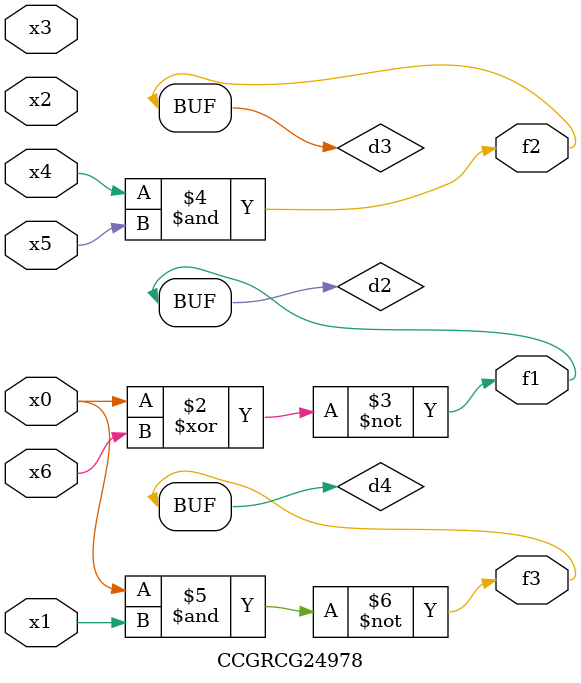
<source format=v>
module CCGRCG24978(
	input x0, x1, x2, x3, x4, x5, x6,
	output f1, f2, f3
);

	wire d1, d2, d3, d4;

	nor (d1, x0);
	xnor (d2, x0, x6);
	and (d3, x4, x5);
	nand (d4, x0, x1);
	assign f1 = d2;
	assign f2 = d3;
	assign f3 = d4;
endmodule

</source>
